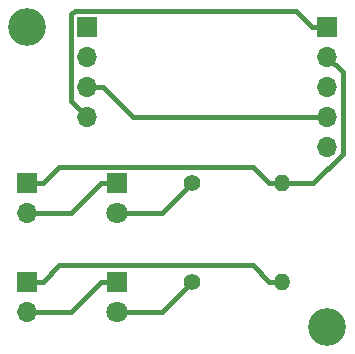
<source format=gbr>
%TF.GenerationSoftware,KiCad,Pcbnew,(6.0.9)*%
%TF.CreationDate,2023-01-03T15:08:54+01:00*%
%TF.ProjectId,AM,414d2e6b-6963-4616-945f-706362585858,rev?*%
%TF.SameCoordinates,Original*%
%TF.FileFunction,Copper,L1,Top*%
%TF.FilePolarity,Positive*%
%FSLAX46Y46*%
G04 Gerber Fmt 4.6, Leading zero omitted, Abs format (unit mm)*
G04 Created by KiCad (PCBNEW (6.0.9)) date 2023-01-03 15:08:54*
%MOMM*%
%LPD*%
G01*
G04 APERTURE LIST*
%TA.AperFunction,ComponentPad*%
%ADD10C,3.200000*%
%TD*%
%TA.AperFunction,ComponentPad*%
%ADD11R,1.800000X1.800000*%
%TD*%
%TA.AperFunction,ComponentPad*%
%ADD12C,1.800000*%
%TD*%
%TA.AperFunction,ComponentPad*%
%ADD13R,1.700000X1.700000*%
%TD*%
%TA.AperFunction,ComponentPad*%
%ADD14O,1.700000X1.700000*%
%TD*%
%TA.AperFunction,ComponentPad*%
%ADD15C,1.400000*%
%TD*%
%TA.AperFunction,ComponentPad*%
%ADD16O,1.400000X1.400000*%
%TD*%
%TA.AperFunction,Conductor*%
%ADD17C,0.400000*%
%TD*%
G04 APERTURE END LIST*
D10*
%TO.P,H2,*%
%TO.N,*%
X190500000Y-106680000D03*
%TD*%
D11*
%TO.P,D2,1,K*%
%TO.N,Net-(D1-Pad1)*%
X172720000Y-102865000D03*
D12*
%TO.P,D2,2,A*%
%TO.N,Net-(D2-Pad2)*%
X172720000Y-105405000D03*
%TD*%
D13*
%TO.P,J4,1,Pin_1*%
%TO.N,Net-(D1-Pad1)*%
X190500000Y-81285000D03*
D14*
%TO.P,J4,2,Pin_2*%
%TO.N,Net-(J1-Pad1)*%
X190500000Y-83825000D03*
%TO.P,J4,3,Pin_3*%
%TO.N,Net-(J2-Pad1)*%
X190500000Y-86365000D03*
%TO.P,J4,4,Pin_4*%
%TO.N,Net-(J3-Pad3)*%
X190500000Y-88905000D03*
%TO.P,J4,5,Pin_5*%
%TO.N,Net-(J3-Pad2)*%
X190500000Y-91445000D03*
%TD*%
D11*
%TO.P,D1,1,K*%
%TO.N,Net-(D1-Pad1)*%
X172720000Y-94530000D03*
D12*
%TO.P,D1,2,A*%
%TO.N,Net-(D1-Pad2)*%
X172720000Y-97070000D03*
%TD*%
D10*
%TO.P,H1,*%
%TO.N,*%
X165100000Y-81280000D03*
%TD*%
D13*
%TO.P,Sensor,1,Pin_1*%
%TO.N,unconnected-(J3-Pad1)*%
X170180000Y-81280000D03*
D14*
%TO.P,Sensor,2,Pin_2*%
%TO.N,Net-(J3-Pad2)*%
X170180000Y-83820000D03*
%TO.P,Sensor,3,Pin_3*%
%TO.N,Net-(J3-Pad3)*%
X170180000Y-86360000D03*
%TO.P,Sensor,4,Pin_4*%
%TO.N,Net-(D1-Pad1)*%
X170180000Y-88900000D03*
%TD*%
D13*
%TO.P,S1,1,Pin_1*%
%TO.N,Net-(J1-Pad1)*%
X165100000Y-94530000D03*
D14*
%TO.P,S1,2,Pin_2*%
%TO.N,Net-(D1-Pad1)*%
X165100000Y-97070000D03*
%TD*%
D15*
%TO.P,R2,1*%
%TO.N,Net-(D2-Pad2)*%
X179070000Y-102865000D03*
D16*
%TO.P,R2,2*%
%TO.N,Net-(J2-Pad1)*%
X186690000Y-102865000D03*
%TD*%
D13*
%TO.P,S2,1,Pin_1*%
%TO.N,Net-(J2-Pad1)*%
X165100000Y-102865000D03*
D14*
%TO.P,S2,2,Pin_2*%
%TO.N,Net-(D1-Pad1)*%
X165100000Y-105405000D03*
%TD*%
D15*
%TO.P,R1,1*%
%TO.N,Net-(D1-Pad2)*%
X179070000Y-94530000D03*
D16*
%TO.P,R1,2*%
%TO.N,Net-(J1-Pad1)*%
X186690000Y-94530000D03*
%TD*%
D17*
%TO.N,Net-(D1-Pad1)*%
X169129900Y-79934100D02*
X168838000Y-80226000D01*
X168829900Y-97070000D02*
X171369900Y-94530000D01*
X187849000Y-79934100D02*
X169129900Y-79934100D01*
X172720000Y-102865000D02*
X171369900Y-102865000D01*
X168829900Y-105405000D02*
X171369900Y-102865000D01*
X172720000Y-94530000D02*
X171369900Y-94530000D01*
X165100000Y-97070000D02*
X168829900Y-97070000D01*
X168838000Y-87558000D02*
X170180000Y-88900000D01*
X165100000Y-105405000D02*
X168829900Y-105405000D01*
X190500000Y-81285000D02*
X189199900Y-81285000D01*
X168838000Y-80226000D02*
X168838000Y-87558000D01*
X189199900Y-81285000D02*
X187849000Y-79934100D01*
%TO.N,Net-(J1-Pad1)*%
X186115000Y-94530000D02*
X186690000Y-94530000D01*
X167752200Y-93177900D02*
X184187800Y-93177900D01*
X165100000Y-94530000D02*
X166400100Y-94530000D01*
X186690000Y-94530000D02*
X189324500Y-94530000D01*
X191824900Y-92029600D02*
X191824900Y-85149900D01*
X186115000Y-94530000D02*
X185539900Y-94530000D01*
X191824900Y-85149900D02*
X190500000Y-83825000D01*
X166400100Y-94530000D02*
X167752200Y-93177900D01*
X184187800Y-93177900D02*
X185539900Y-94530000D01*
X189324500Y-94530000D02*
X191824900Y-92029600D01*
%TO.N,Net-(D2-Pad2)*%
X176530000Y-105405000D02*
X172720000Y-105405000D01*
X179070000Y-102865000D02*
X176530000Y-105405000D01*
%TO.N,Net-(J3-Pad3)*%
X171480100Y-86360000D02*
X174025100Y-88905000D01*
X170180000Y-86360000D02*
X171480100Y-86360000D01*
X174025100Y-88905000D02*
X190500000Y-88905000D01*
%TO.N,Net-(D1-Pad2)*%
X179070000Y-94530000D02*
X176530000Y-97070000D01*
X176530000Y-97070000D02*
X172720000Y-97070000D01*
%TO.N,Net-(J2-Pad1)*%
X184168900Y-101494000D02*
X185539900Y-102865000D01*
X165100000Y-102865000D02*
X166400100Y-102865000D01*
X166400100Y-102865000D02*
X167771100Y-101494000D01*
X167771100Y-101494000D02*
X184168900Y-101494000D01*
X186690000Y-102865000D02*
X185539900Y-102865000D01*
%TD*%
M02*

</source>
